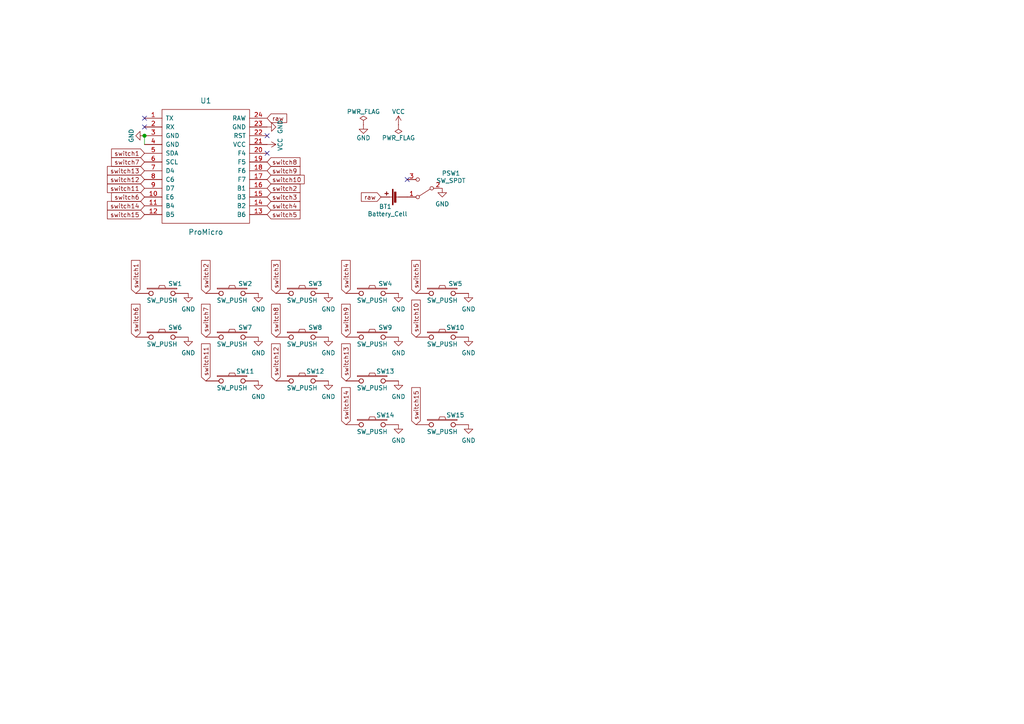
<source format=kicad_sch>
(kicad_sch (version 20211123) (generator eeschema)
  (paper "A4")
  (title_block (title "catskull") (date "2022-01-03") (rev "0.1") (company "<3"))
  (lib_symbols
    (symbol "Device:Battery_Cell" (pin_numbers hide) (pin_names (offset 0) hide)
      (property "Reference" "BT" (at 2.54 2.54 0))
      (property "Value" "Battery_Cell" (at 2.54 0 0))
      (symbol "Battery_Cell_0_1"
        (rectangle (start -2.286 1.778) (end 2.286 1.524) (fill (type outline)))
        (rectangle (start -1.5748 1.1938) (end 1.4732 0.6858) (fill (type outline)))
        (polyline (pts (xy 0 0.762) (xy 0 0)))
        (polyline (pts (xy 0 1.778) (xy 0 2.54)))
        (polyline (pts (xy 0.508 3.429) (xy 1.524 3.429)) (stroke (width 0.254)))
        (polyline (pts (xy 1.016 3.937) (xy 1.016 2.921)) (stroke (width 0.254)))
      )
      (symbol "Battery_Cell_1_1"
        (pin passive line (at 0 5.08 270) (length 2.54) (name "+") (number "1"))
        (pin passive line (at 0 -2.54 90) (length 2.54) (name "-") (number "2"))
      )
    )
    (symbol "Switch:SW_SPDT" (pin_names (offset 0) hide)
      (property "Reference" "SW" (at 0 4.318 0))
      (property "Value" "SW_SPDT" (at 0 -5.08 0))
      (symbol "SW_SPDT_0_0"
        (circle (center -2.032 0) (radius 0.508))
        (circle (center 2.032 -2.54) (radius 0.508))
      )
      (symbol "SW_SPDT_0_1"
        (polyline (pts (xy -1.524 0.254) (xy 1.651 2.286)))
        (circle (center 2.032 2.54) (radius 0.508))
      )
      (symbol "SW_SPDT_1_1"
        (pin passive line (at 5.08 2.54 180) (length 2.54) (name "A") (number "1"))
        (pin passive line (at -5.08 0 0) (length 2.54) (name "B") (number "2"))
        (pin passive line (at 5.08 -2.54 180) (length 2.54) (name "C") (number "3"))
      )
    )
    (symbol "bugs:ProMicro-kbd" (pin_names (offset 1.016))
      (property "Reference" "U" (at 0 24.13 0))
      (property "Value" "ProMicro-kbd" (at 0 -13.97 0))
      (symbol "ProMicro-kbd_0_1"
        (rectangle (start -12.7 21.59) (end 12.7 -11.43))
      )
      (symbol "ProMicro-kbd_1_1"
        (pin bidirectional line (at -17.78 19.05 0) (length 5.08) (name "TX") (number "1"))
        (pin bidirectional line (at -17.78 -3.81 0) (length 5.08) (name "E6") (number "10"))
        (pin bidirectional line (at -17.78 -6.35 0) (length 5.08) (name "B4") (number "11"))
        (pin bidirectional line (at -17.78 -8.89 0) (length 5.08) (name "B5") (number "12"))
        (pin bidirectional line (at 17.78 -8.89 180) (length 5.08) (name "B6") (number "13"))
        (pin bidirectional line (at 17.78 -6.35 180) (length 5.08) (name "B2") (number "14"))
        (pin bidirectional line (at 17.78 -3.81 180) (length 5.08) (name "B3") (number "15"))
        (pin bidirectional line (at 17.78 -1.27 180) (length 5.08) (name "B1") (number "16"))
        (pin bidirectional line (at 17.78 1.27 180) (length 5.08) (name "F7") (number "17"))
        (pin bidirectional line (at 17.78 3.81 180) (length 5.08) (name "F6") (number "18"))
        (pin bidirectional line (at 17.78 6.35 180) (length 5.08) (name "F5") (number "19"))
        (pin bidirectional line (at -17.78 16.51 0) (length 5.08) (name "RX") (number "2"))
        (pin bidirectional line (at 17.78 8.89 180) (length 5.08) (name "F4") (number "20"))
        (pin power_in line (at 17.78 11.43 180) (length 5.08) (name "VCC") (number "21"))
        (pin input line (at 17.78 13.97 180) (length 5.08) (name "RST") (number "22"))
        (pin power_in line (at 17.78 16.51 180) (length 5.08) (name "GND") (number "23"))
        (pin power_out line (at 17.78 19.05 180) (length 5.08) (name "RAW") (number "24"))
        (pin power_in line (at -17.78 13.97 0) (length 5.08) (name "GND") (number "3"))
        (pin power_in line (at -17.78 11.43 0) (length 5.08) (name "GND") (number "4"))
        (pin bidirectional line (at -17.78 8.89 0) (length 5.08) (name "SDA") (number "5"))
        (pin bidirectional line (at -17.78 6.35 0) (length 5.08) (name "SCL") (number "6"))
        (pin bidirectional line (at -17.78 3.81 0) (length 5.08) (name "D4") (number "7"))
        (pin bidirectional line (at -17.78 1.27 0) (length 5.08) (name "C6") (number "8"))
        (pin bidirectional line (at -17.78 -1.27 0) (length 5.08) (name "D7") (number "9"))
      )
    )
    (symbol "bugs:SW_PUSH-kbd" (pin_numbers hide) (pin_names (offset 1.016) hide)
      (property "Reference" "SW" (at 3.81 2.794 0))
      (property "Value" "SW_PUSH-kbd" (at 0 -2.032 0))
      (symbol "SW_PUSH-kbd_0_1"
        (rectangle (start -4.318 1.27) (end 4.318 1.524))
        (polyline (pts (xy -1.016 1.524) (xy -0.762 2.286) (xy 0.762 2.286) (xy 1.016 1.524)))
        (pin passive inverted (at -7.62 0 0) (length 5.08) (name "1") (number "1"))
        (pin passive inverted (at 7.62 0 180) (length 5.08) (name "2") (number "2"))
      )
    )
    (symbol "knott:SW_PUSH-kbd" (pin_numbers hide) (pin_names (offset 1.016) hide)
      (property "Reference" "SW" (at 3.81 2.794 0))
      (property "Value" "SW_PUSH-kbd" (at 0 -2.032 0))
      (symbol "SW_PUSH-kbd_0_1"
        (rectangle (start -4.318 1.27) (end 4.318 1.524))
        (polyline (pts (xy -1.016 1.524) (xy -0.762 2.286) (xy 0.762 2.286) (xy 1.016 1.524)))
        (pin passive inverted (at -7.62 0 0) (length 5.08) (name "1") (number "1"))
        (pin passive inverted (at 7.62 0 180) (length 5.08) (name "2") (number "2"))
      )
    )
    (symbol "power:GND" (power) (pin_names (offset 0))
      (property "Value" "GND" (at 0 -3.81 0))
      (symbol "GND_0_1"
        (polyline (pts (xy 0 0) (xy 0 -1.27) (xy 1.27 -1.27) (xy 0 -2.54) (xy -1.27 -1.27) (xy 0 -1.27)))
      )
      (symbol "GND_1_1"
        (pin power_in line (at 0 0 270) (length 0) hide (name "GND") (number "1"))
      )
    )
    (symbol "power:PWR_FLAG" (power) (pin_numbers hide) (pin_names (offset 0) hide)
      (property "Value" "PWR_FLAG" (at 0 3.81 0))
      (symbol "PWR_FLAG_0_0"
        (pin power_out line (at 0 0 90) (length 0) (name "pwr") (number "1"))
      )
      (symbol "PWR_FLAG_0_1"
        (polyline (pts (xy 0 0) (xy 0 1.27) (xy -1.016 1.905) (xy 0 2.54) (xy 1.016 1.905) (xy 0 1.27)))
      )
    )
    (symbol "power:VCC" (power) (pin_names (offset 0))
      (property "Value" "VCC" (at 0 3.81 0))
      (symbol "VCC_0_1"
        (polyline (pts (xy -0.762 1.27) (xy 0 2.54)))
        (polyline (pts (xy 0 0) (xy 0 2.54)))
        (polyline (pts (xy 0 2.54) (xy 0.762 1.27)))
      )
      (symbol "VCC_1_1"
        (pin power_in line (at 0 0 90) (length 0) hide (name "VCC") (number "1"))
      )
    )
  )
  (junction (at 41.91 39.37) (diameter 1.016))
  (no_connect (at 118.11 52.07))
  (no_connect (at 41.91 34.29))
  (no_connect (at 41.91 36.83))
  (no_connect (at 77.47 44.45))
  (no_connect (at 77.47 39.37))
  (wire (pts (xy 41.91 39.37) (xy 41.91 41.91)))
  (global_label "switch3" (shape input) (at 77.47 57.15 0) (property "Intersheet References" "${INTERSHEET_REFS}" (effects hide)))
  (global_label "switch11" (shape input) (at 59.69 110.49 90) (property "Intersheet References" "${INTERSHEET_REFS}" (effects hide)))
  (global_label "switch5" (shape input) (at 77.47 62.23 0) (property "Intersheet References" "${INTERSHEET_REFS}" (effects hide)))
  (global_label "switch12" (shape input) (at 41.91 52.07 180) (property "Intersheet References" "${INTERSHEET_REFS}" (effects hide)))
  (global_label "switch11" (shape input) (at 41.91 54.61 180) (property "Intersheet References" "${INTERSHEET_REFS}" (effects hide)))
  (global_label "switch12" (shape input) (at 80.01 110.49 90) (property "Intersheet References" "${INTERSHEET_REFS}" (effects hide)))
  (global_label "switch13" (shape input) (at 100.33 110.49 90) (property "Intersheet References" "${INTERSHEET_REFS}" (effects hide)))
  (global_label "switch7" (shape input) (at 59.69 97.79 90) (property "Intersheet References" "${INTERSHEET_REFS}" (effects hide)))
  (global_label "switch4" (shape input) (at 77.47 59.69 0) (property "Intersheet References" "${INTERSHEET_REFS}" (effects hide)))
  (global_label "raw" (shape input) (at 77.47 34.29 0) (property "Intersheet References" "${INTERSHEET_REFS}" (effects hide)))
  (global_label "switch7" (shape input) (at 41.91 46.99 180) (property "Intersheet References" "${INTERSHEET_REFS}" (effects hide)))
  (global_label "switch13" (shape input) (at 41.91 49.53 180) (property "Intersheet References" "${INTERSHEET_REFS}" (effects hide)))
  (global_label "switch15" (shape input) (at 41.91 62.23 180) (property "Intersheet References" "${INTERSHEET_REFS}" (effects hide)))
  (global_label "switch9" (shape input) (at 100.33 97.79 90) (property "Intersheet References" "${INTERSHEET_REFS}" (effects hide)))
  (global_label "switch14" (shape input) (at 41.91 59.69 180) (property "Intersheet References" "${INTERSHEET_REFS}" (effects hide)))
  (global_label "switch1" (shape input) (at 39.37 85.09 90) (property "Intersheet References" "${INTERSHEET_REFS}" (effects hide)))
  (global_label "switch14" (shape input) (at 100.33 123.19 90) (property "Intersheet References" "${INTERSHEET_REFS}" (effects hide)))
  (global_label "switch15" (shape input) (at 120.65 123.19 90) (property "Intersheet References" "${INTERSHEET_REFS}" (effects hide)))
  (global_label "switch3" (shape input) (at 80.01 85.09 90) (property "Intersheet References" "${INTERSHEET_REFS}" (effects hide)))
  (global_label "raw" (shape input) (at 110.49 57.15 180) (property "Intersheet References" "${INTERSHEET_REFS}" (effects hide)))
  (global_label "switch9" (shape input) (at 77.47 49.53 0) (property "Intersheet References" "${INTERSHEET_REFS}" (effects hide)))
  (global_label "switch8" (shape input) (at 80.01 97.79 90) (property "Intersheet References" "${INTERSHEET_REFS}" (effects hide)))
  (global_label "switch5" (shape input) (at 120.65 85.09 90) (property "Intersheet References" "${INTERSHEET_REFS}" (effects hide)))
  (global_label "switch2" (shape input) (at 77.47 54.61 0) (property "Intersheet References" "${INTERSHEET_REFS}" (effects hide)))
  (global_label "switch8" (shape input) (at 77.47 46.99 0) (property "Intersheet References" "${INTERSHEET_REFS}" (effects hide)))
  (global_label "switch2" (shape input) (at 59.69 85.09 90) (property "Intersheet References" "${INTERSHEET_REFS}" (effects hide)))
  (global_label "switch6" (shape input) (at 39.37 97.79 90) (property "Intersheet References" "${INTERSHEET_REFS}" (effects hide)))
  (global_label "switch1" (shape input) (at 41.91 44.45 180) (property "Intersheet References" "${INTERSHEET_REFS}" (effects hide)))
  (global_label "switch6" (shape input) (at 41.91 57.15 180) (property "Intersheet References" "${INTERSHEET_REFS}" (effects hide)))
  (global_label "switch4" (shape input) (at 100.33 85.09 90) (property "Intersheet References" "${INTERSHEET_REFS}" (effects hide)))
  (global_label "switch10" (shape input) (at 120.65 97.79 90) (property "Intersheet References" "${INTERSHEET_REFS}" (effects hide)))
  (global_label "switch10" (shape input) (at 77.47 52.07 0) (property "Intersheet References" "${INTERSHEET_REFS}" (effects hide)))
  (symbol (lib_id "bugs:ProMicro-kbd") (at 59.69 53.34 0) (unit 1)
    (property "Reference" "U1" (at 59.69 29.21 0) (effects (font (size 1.524 1.524))))
    (property "Value" "ProMicro" (at 59.69 67.31 0) (effects (font (size 1.524 1.524))))
    (property "Footprint" "bugs:ProMicro_jumpers" (effects hide))
  )
  (symbol (lib_id "bugs:SW_PUSH-kbd") (at 46.99 85.09 0) (unit 1)
    (property "Reference" "SW1" (at 50.8 82.296 0))
    (property "Value" "SW_PUSH" (at 46.99 87.122 0))
    (property "Footprint" "bugs:Choc_reversible" (effects hide))
  )
  (symbol (lib_id "knott:SW_PUSH-kbd") (at 67.31 85.09 0) (unit 1)
    (property "Reference" "SW2" (at 71.12 82.296 0))
    (property "Value" "SW_PUSH" (at 67.31 87.122 0))
    (property "Footprint" "bugs:Choc_reversible" (effects hide))
  )
  (symbol (lib_id "knott:SW_PUSH-kbd") (at 87.63 85.09 0) (unit 1)
    (property "Reference" "SW3" (at 91.44 82.296 0))
    (property "Value" "SW_PUSH" (at 87.63 87.122 0))
    (property "Footprint" "bugs:Choc_reversible" (effects hide))
  )
  (symbol (lib_id "knott:SW_PUSH-kbd") (at 107.95 85.09 0) (unit 1)
    (property "Reference" "SW4" (at 111.76 82.296 0))
    (property "Value" "SW_PUSH" (at 107.95 87.122 0))
    (property "Footprint" "bugs:Choc_reversible" (effects hide))
  )
  (symbol (lib_id "knott:SW_PUSH-kbd") (at 128.27 85.09 0) (unit 1)
    (property "Reference" "SW5" (at 132.08 82.296 0))
    (property "Value" "SW_PUSH" (at 128.27 87.122 0))
    (property "Footprint" "bugs:Choc_reversible" (effects hide))
  )
  (symbol (lib_id "knott:SW_PUSH-kbd") (at 46.99 97.79 0) (unit 1)
    (property "Reference" "SW6" (at 50.8 94.996 0))
    (property "Value" "SW_PUSH" (at 46.99 99.822 0))
    (property "Footprint" "bugs:Choc_reversible" (effects hide))
  )
  (symbol (lib_id "knott:SW_PUSH-kbd") (at 67.31 97.79 0) (unit 1)
    (property "Reference" "SW7" (at 71.12 94.996 0))
    (property "Value" "SW_PUSH" (at 67.31 99.822 0))
    (property "Footprint" "bugs:Choc_reversible" (effects hide))
  )
  (symbol (lib_id "knott:SW_PUSH-kbd") (at 87.63 97.79 0) (unit 1)
    (property "Reference" "SW8" (at 91.44 94.996 0))
    (property "Value" "SW_PUSH" (at 87.63 99.822 0))
    (property "Footprint" "bugs:Choc_reversible" (effects hide))
  )
  (symbol (lib_id "knott:SW_PUSH-kbd") (at 107.95 97.79 0) (unit 1)
    (property "Reference" "SW9" (at 111.76 94.996 0))
    (property "Value" "SW_PUSH" (at 107.95 99.822 0))
    (property "Footprint" "bugs:Choc_reversible" (effects hide))
  )
  (symbol (lib_id "knott:SW_PUSH-kbd") (at 128.27 97.79 0) (unit 1)
    (property "Reference" "SW10" (at 132.08 94.996 0))
    (property "Value" "SW_PUSH" (at 128.27 99.822 0))
    (property "Footprint" "bugs:Choc_reversible" (effects hide))
  )
  (symbol (lib_id "knott:SW_PUSH-kbd") (at 67.31 110.49 0) (unit 1)
    (property "Reference" "SW11" (at 71.12 107.696 0))
    (property "Value" "SW_PUSH" (at 67.31 112.522 0))
    (property "Footprint" "bugs:Choc_reversible" (effects hide))
  )
  (symbol (lib_id "knott:SW_PUSH-kbd") (at 87.63 110.49 0) (unit 1)
    (property "Reference" "SW12" (at 91.44 107.696 0))
    (property "Value" "SW_PUSH" (at 87.63 112.522 0))
    (property "Footprint" "bugs:Choc_reversible" (effects hide))
  )
  (symbol (lib_id "knott:SW_PUSH-kbd") (at 107.95 110.49 0) (unit 1)
    (property "Reference" "SW13" (at 111.76 107.696 0))
    (property "Value" "SW_PUSH" (at 107.95 112.522 0))
    (property "Footprint" "bugs:Choc_reversible" (effects hide))
  )
  (symbol (lib_id "knott:SW_PUSH-kbd") (at 107.95 123.19 0) (unit 1)
    (property "Reference" "SW14" (at 111.76 120.396 0))
    (property "Value" "SW_PUSH" (at 107.95 125.222 0))
    (property "Footprint" "bugs:Choc_reversible" (effects hide))
  )
  (symbol (lib_id "knott:SW_PUSH-kbd") (at 128.27 123.19 0) (unit 1)
    (property "Reference" "SW15" (at 132.08 120.396 0))
    (property "Value" "SW_PUSH" (at 128.27 125.222 0))
    (property "Footprint" "bugs:Choc_reversible" (effects hide))
  )
  (symbol (lib_id "power:GND") (at 77.47 36.83 90) (unit 1)
    (property "Reference" "#PWR01" (effects hide))
    (property "Value" "GND" (at 81.28 36.83 0))
  )
  (symbol (lib_id "power:VCC") (at 77.47 41.91 270) (unit 1)
    (property "Reference" "#PWR023" (effects hide))
    (property "Value" "VCC" (at 81.28 41.91 0))
  )
  (symbol (lib_id "power:GND") (at 41.91 39.37 270) (unit 1)
    (property "Reference" "#PWR02" (effects hide))
    (property "Value" "GND" (at 38.1 39.37 0))
  )
  (symbol (lib_id "power:GND") (at 105.41 36.195 0) (unit 1)
    (property "Reference" "#PWR03" (effects hide))
    (property "Value" "GND" (at 105.41 40.005 0))
  )
  (symbol (lib_id "power:VCC") (at 115.57 36.195 0) (unit 1)
    (property "Reference" "#PWR04" (effects hide))
    (property "Value" "VCC" (at 115.57 32.385 0))
  )
  (symbol (lib_id "power:PWR_FLAG") (at 115.57 36.195 180) (unit 1)
    (property "Reference" "#FLG05" (effects hide))
    (property "Value" "PWR_FLAG" (at 115.57 40.005 0))
  )
  (symbol (lib_id "power:PWR_FLAG") (at 105.41 36.195 0) (unit 1)
    (property "Reference" "#FLG06" (effects hide))
    (property "Value" "PWR_FLAG" (at 105.41 32.385 0))
  )
  (symbol (lib_id "Switch:SW_SPDT") (at 123.19 54.61 180) (unit 1)
    (property "Reference" "PSW1" (at 130.81 50.2624 0))
    (property "Value" "SW_SPDT" (at 130.81 52.4025 0))
    (property "Footprint" "bugs:Power_reversible" (effects hide))
  )
  (symbol (lib_id "power:GND") (at 115.57 123.19 0) (unit 1)
    (property "Reference" "#PWR0112" (effects hide))
    (property "Value" "GND" (at 115.57 127.7526 0))
  )
  (symbol (lib_id "power:GND") (at 74.93 97.79 0) (unit 1)
    (property "Reference" "#PWR0103" (effects hide))
    (property "Value" "GND" (at 74.93 102.3526 0))
  )
  (symbol (lib_id "power:GND") (at 135.89 123.19 0) (unit 1)
    (property "Reference" "#PWR0113" (effects hide))
    (property "Value" "GND" (at 135.89 127.7526 0))
  )
  (symbol (lib_id "power:GND") (at 115.57 110.49 0) (unit 1)
    (property "Reference" "#PWR0115" (effects hide))
    (property "Value" "GND" (at 115.57 115.0526 0))
  )
  (symbol (lib_id "power:GND") (at 95.25 97.79 0) (unit 1)
    (property "Reference" "#PWR0117" (effects hide))
    (property "Value" "GND" (at 95.25 102.3526 0))
  )
  (symbol (lib_id "power:GND") (at 54.61 85.09 0) (unit 1)
    (property "Reference" "#PWR0105" (effects hide))
    (property "Value" "GND" (at 54.61 89.6526 0))
  )
  (symbol (lib_id "power:GND") (at 95.25 110.49 0) (unit 1)
    (property "Reference" "#PWR0116" (effects hide))
    (property "Value" "GND" (at 95.25 115.0526 0))
  )
  (symbol (lib_id "power:GND") (at 128.27 54.61 0) (unit 1)
    (property "Reference" "#PWR0101" (effects hide))
    (property "Value" "GND" (at 128.27 59.1726 0))
  )
  (symbol (lib_id "power:GND") (at 54.61 97.79 0) (unit 1)
    (property "Reference" "#PWR0107" (effects hide))
    (property "Value" "GND" (at 54.61 102.3526 0))
  )
  (symbol (lib_id "power:GND") (at 115.57 97.79 0) (unit 1)
    (property "Reference" "#PWR0109" (effects hide))
    (property "Value" "GND" (at 115.57 102.3526 0))
  )
  (symbol (lib_id "power:GND") (at 74.93 110.49 0) (unit 1)
    (property "Reference" "#PWR0102" (effects hide))
    (property "Value" "GND" (at 74.93 115.0526 0))
  )
  (symbol (lib_id "power:GND") (at 74.93 85.09 0) (unit 1)
    (property "Reference" "#PWR0104" (effects hide))
    (property "Value" "GND" (at 74.93 89.6526 0))
  )
  (symbol (lib_id "power:GND") (at 115.57 85.09 0) (unit 1)
    (property "Reference" "#PWR0108" (effects hide))
    (property "Value" "GND" (at 115.57 89.6526 0))
  )
  (symbol (lib_id "Device:Battery_Cell") (at 115.57 57.15 90) (unit 1)
    (property "Reference" "BT1" (at 111.76 59.9144 90))
    (property "Value" "Battery_Cell" (at 112.395 62.0545 90))
    (property "Footprint" "bugs:Battery_pads_reversible" (effects hide))
  )
  (symbol (lib_id "power:GND") (at 135.89 85.09 0) (unit 1)
    (property "Reference" "#PWR0110" (effects hide))
    (property "Value" "GND" (at 135.89 89.6526 0))
  )
  (symbol (lib_id "power:GND") (at 95.25 85.09 0) (unit 1)
    (property "Reference" "#PWR0114" (effects hide))
    (property "Value" "GND" (at 95.25 89.6526 0))
  )
  (symbol (lib_id "power:GND") (at 135.89 97.79 0) (unit 1)
    (property "Reference" "#PWR0111" (effects hide))
    (property "Value" "GND" (at 135.89 102.3526 0))
  )
)
</source>
